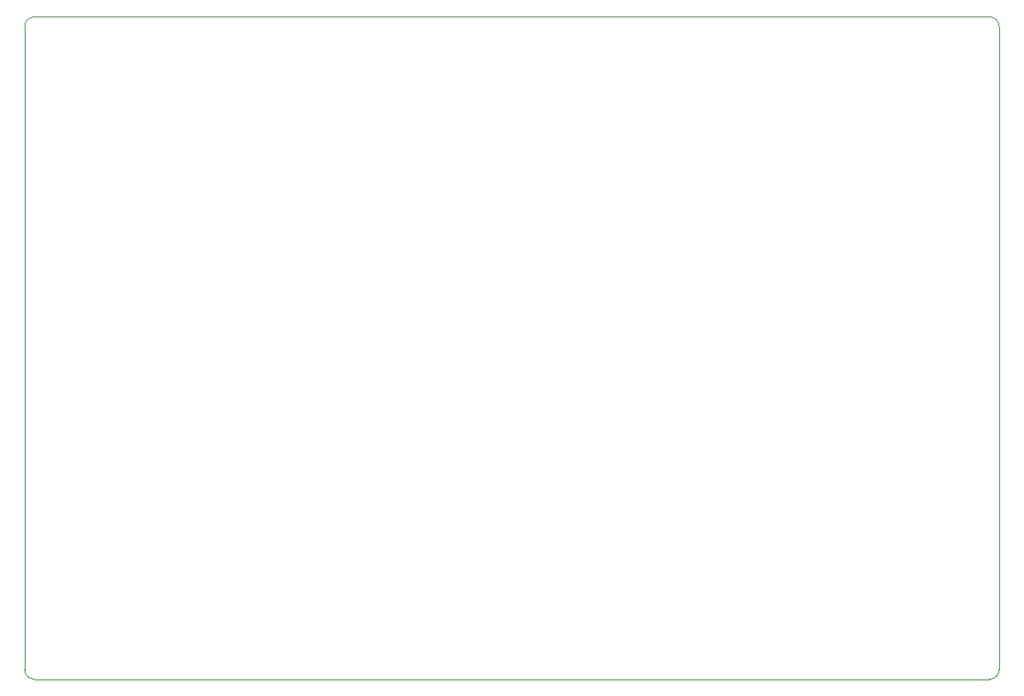
<source format=gbr>
G04 #@! TF.GenerationSoftware,KiCad,Pcbnew,(5.1.9)-1*
G04 #@! TF.CreationDate,2021-03-05T16:25:43+01:00*
G04 #@! TF.ProjectId,BOBcad,424f4263-6164-42e6-9b69-6361645f7063,v1.0.2*
G04 #@! TF.SameCoordinates,Original*
G04 #@! TF.FileFunction,Profile,NP*
%FSLAX46Y46*%
G04 Gerber Fmt 4.6, Leading zero omitted, Abs format (unit mm)*
G04 Created by KiCad (PCBNEW (5.1.9)-1) date 2021-03-05 16:25:43*
%MOMM*%
%LPD*%
G01*
G04 APERTURE LIST*
G04 #@! TA.AperFunction,Profile*
%ADD10C,0.050000*%
G04 #@! TD*
G04 APERTURE END LIST*
D10*
X91626000Y-61682000D02*
G75*
G02*
X92626000Y-60682000I1000000J0D01*
G01*
X92626000Y-128682000D02*
G75*
G02*
X91626000Y-127682000I0J1000000D01*
G01*
X191626000Y-127682000D02*
G75*
G02*
X190626000Y-128682000I-1000000J0D01*
G01*
X190626000Y-60682000D02*
G75*
G02*
X191626000Y-61682000I0J-1000000D01*
G01*
X91626000Y-127682000D02*
X91626000Y-61682000D01*
X190626000Y-128682000D02*
X92626000Y-128682000D01*
X191626000Y-61682000D02*
X191626000Y-127682000D01*
X92626000Y-60682000D02*
X190626000Y-60682000D01*
M02*

</source>
